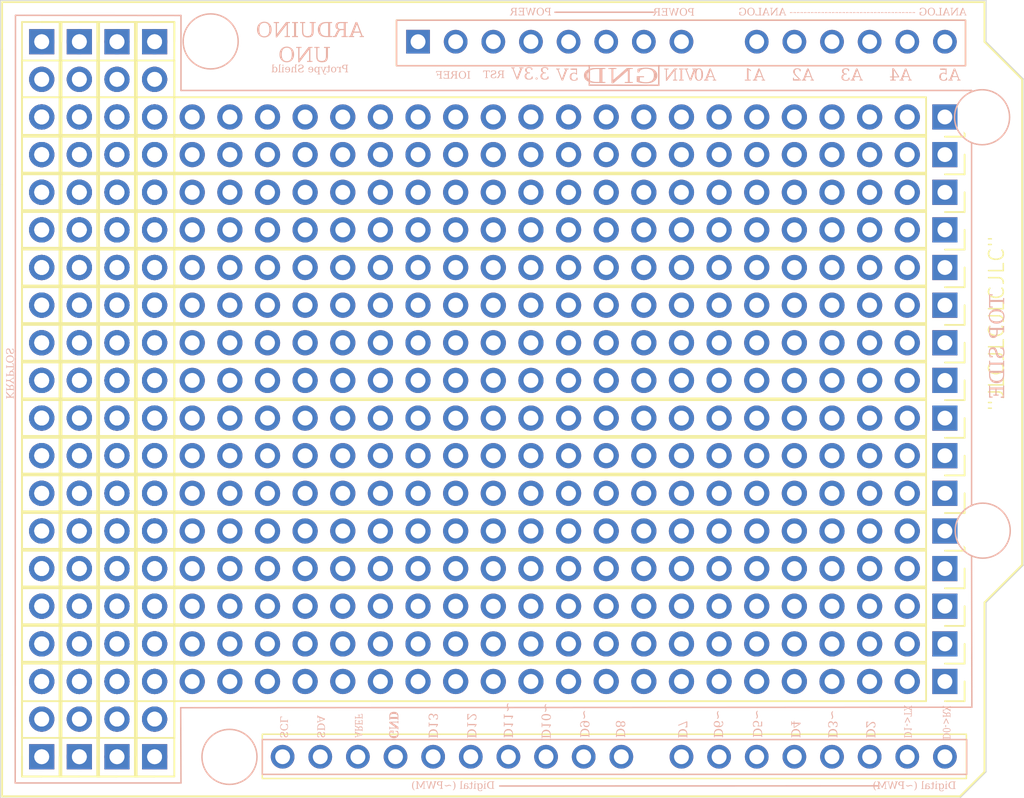
<source format=kicad_pcb>
(kicad_pcb (version 20240108) (generator "pcbnew") (generator_version "8.0")
  (layers (0 "F.Cu" signal) (31 "B.Cu" signal) (34 "B.Paste" user) (35 "F.Paste" user) (36 "B.SilkS" user "B.Silkscreen") (37 "F.SilkS" user "F.Silkscreen") (38 "B.Mask" user) (39 "F.Mask" user) (44 "Edge.Cuts" user))
  (net 0 "")
  (footprint "Connector_PinSocket_2.54mm:PinSocket_1x25_P2.54mm_Vertical" (layer "F.Cu") (at 157.32 64.9 -90)
    (property "Reference" "REF**" (hide yes))
    (property "Value" "PinSocket_1x25_P2.54mm_Vertical" (hide yes))
  )
  (footprint "Connector_PinSocket_2.54mm:PinSocket_1x25_P2.54mm_Vertical" (layer "F.Cu") (at 157.32 47.12 -90)
    (property "Reference" "REF**" (hide yes))
    (property "Value" "PinSocket_1x25_P2.54mm_Vertical" (hide yes))
  )
  (footprint "Connector_PinSocket_2.54mm:PinSocket_1x25_P2.54mm_Vertical" (layer "F.Cu") (at 157.32 62.36 -90)
    (property "Reference" "REF**" (hide yes))
    (property "Value" "PinSocket_1x25_P2.54mm_Vertical" (hide yes))
  )
  (footprint "Connector_PinSocket_2.54mm:PinSocket_1x20_P2.54mm_Vertical" (layer "F.Cu") (at 98.9 90.3 180)
    (property "Reference" "REF**" (hide yes))
    (property "Value" "PinSocket_1x20_P2.54mm_Vertical" (hide yes))
  )
  (footprint "Connector_PinSocket_2.54mm:PinSocket_1x25_P2.54mm_Vertical" (layer "F.Cu") (at 157.32 54.74 -90)
    (property "Reference" "REF**" (hide yes))
    (property "Value" "PinSocket_1x25_P2.54mm_Vertical" (hide yes))
  )
  (footprint "Connector_PinSocket_2.54mm:PinSocket_1x25_P2.54mm_Vertical" (layer "F.Cu") (at 157.32 59.825 -90)
    (property "Reference" "REF**" (hide yes))
    (property "Value" "PinSocket_1x25_P2.54mm_Vertical" (hide yes))
  )
  (footprint "Connector_PinSocket_2.54mm:PinSocket_1x25_P2.54mm_Vertical" (layer "F.Cu") (at 157.32 80.14 -90)
    (property "Reference" "REF**" (hide yes))
    (property "Value" "PinSocket_1x25_P2.54mm_Vertical" (hide yes))
  )
  (footprint "Connector_PinSocket_2.54mm:PinSocket_1x20_P2.54mm_Vertical" (layer "F.Cu") (at 103.98 90.3 180)
    (property "Reference" "REF**" (hide yes))
    (property "Value" "PinSocket_1x20_P2.54mm_Vertical" (hide yes))
  )
  (footprint "Connector_PinSocket_2.54mm:PinSocket_1x25_P2.54mm_Vertical" (layer "F.Cu") (at 157.32 72.52 -90)
    (property "Reference" "REF**" (hide yes))
    (property "Value" "PinSocket_1x25_P2.54mm_Vertical" (hide yes))
  )
  (footprint "Connector_PinSocket_2.54mm:PinSocket_1x20_P2.54mm_Vertical" (layer "F.Cu") (at 101.44 42.04)
    (property "Reference" "REF**" (hide yes))
    (property "Value" "PinSocket_1x20_P2.54mm_Vertical" (hide yes))
  )
  (footprint "Connector_PinSocket_2.54mm:PinSocket_1x25_P2.54mm_Vertical" (layer "F.Cu") (at 157.32 69.98 -90)
    (property "Reference" "REF**" (hide yes))
    (property "Value" "PinSocket_1x25_P2.54mm_Vertical" (hide yes))
  )
  (footprint "Connector_PinSocket_2.54mm:PinSocket_1x25_P2.54mm_Vertical" (layer "F.Cu") (at 157.32 85.22 -90)
    (property "Reference" "REF**" (hide yes))
    (property "Value" "PinSocket_1x25_P2.54mm_Vertical" (hide yes))
  )
  (footprint "Connector_PinSocket_2.54mm:PinSocket_1x20_P2.54mm_Vertical" (layer "F.Cu") (at 96.36 42.04)
    (property "Reference" "REF**" (hide yes))
    (property "Value" "PinSocket_1x20_P2.54mm_Vertical" (hide yes))
  )
  (footprint "Connector_PinSocket_2.54mm:PinSocket_1x25_P2.54mm_Vertical" (layer "F.Cu") (at 157.32 57.28 -90)
    (property "Reference" "REF**" (hide yes))
    (property "Value" "PinSocket_1x25_P2.54mm_Vertical" (hide yes))
  )
  (footprint "Connector_PinSocket_2.54mm:PinSocket_1x25_P2.54mm_Vertical" (layer "F.Cu") (at 157.32 49.66 -90)
    (property "Reference" "REF**" (hide yes))
    (property "Value" "PinSocket_1x25_P2.54mm_Vertical" (hide yes))
  )
  (footprint "Connector_PinSocket_2.54mm:PinSocket_1x20_P2.54mm_Vertical" (layer "F.Cu") (at 98.9 42.04)
    (property "Reference" "REF**" (hide yes))
    (property "Value" "PinSocket_1x20_P2.54mm_Vertical" (hide yes))
  )
  (footprint "Connector_PinSocket_2.54mm:PinSocket_1x25_P2.54mm_Vertical" (layer "F.Cu") (at 157.32 75.065 -90)
    (property "Reference" "REF**" (hide yes))
    (property "Value" "PinSocket_1x25_P2.54mm_Vertical" (hide yes))
  )
  (footprint "Connector_PinSocket_2.54mm:PinSocket_1x25_P2.54mm_Vertical" (layer "F.Cu") (at 157.32 52.205 -90)
    (property "Reference" "REF**" (hide yes))
    (property "Value" "PinSocket_1x25_P2.54mm_Vertical" (hide yes))
  )
  (footprint "Connector_PinSocket_2.54mm:PinSocket_1x20_P2.54mm_Vertical" (layer "F.Cu") (at 96.36 90.3 180)
    (property "Reference" "REF**" (hide yes))
    (property "Value" "PinSocket_1x20_P2.54mm_Vertical" (hide yes))
  )
  (footprint "Custom_Library:Arduino_UNO_R3_WithMountingHoles_custom" (layer "F.Cu") (at 121.76 42.04)
    (property "Reference" "REF**" (hide yes))
    (property "Value" "Arduino_UNO_R3_WithMountingHoles_custom" (hide yes))
  )
  (footprint "Connector_PinSocket_2.54mm:PinSocket_1x25_P2.54mm_Vertical" (layer "F.Cu") (at 157.32 82.685 -90)
    (property "Reference" "REF**" (hide yes))
    (property "Value" "PinSocket_1x25_P2.54mm_Vertical" (hide yes))
  )
  (footprint "Connector_PinSocket_2.54mm:PinSocket_1x20_P2.54mm_Vertical" (layer "F.Cu") (at 101.44 90.3 180)
    (property "Reference" "REF**" (hide yes))
    (property "Value" "PinSocket_1x20_P2.54mm_Vertical" (hide yes))
  )
  (footprint "Connector_PinSocket_2.54mm:PinSocket_1x25_P2.54mm_Vertical" (layer "F.Cu") (at 157.32 67.445 -90)
    (property "Reference" "REF**" (hide yes))
    (property "Value" "PinSocket_1x25_P2.54mm_Vertical" (hide yes))
  )
  (footprint "Connector_PinSocket_2.54mm:PinSocket_1x25_P2.54mm_Vertical" (layer "F.Cu") (at 157.32 77.6 -90)
    (property "Reference" "REF**" (hide yes))
    (property "Value" "PinSocket_1x25_P2.54mm_Vertical" (hide yes))
  )
  (footprint "Connector_PinSocket_2.54mm:PinSocket_1x20_P2.54mm_Vertical" (layer "F.Cu") (at 103.98 42.04)
    (property "Reference" "REF**" (hide yes))
    (property "Value" "PinSocket_1x20_P2.54mm_Vertical" (hide yes))
  )
  (gr_circle (center 109.033014 90.31) (end 110.433014 89.09) (stroke (width 0.1)) (fill none) (layer "B.SilkS"))
  (gr_circle (center 107.763014 42.02) (end 109.163014 40.8) (stroke (width 0.1)) (fill none) (layer "B.SilkS"))
  (gr_line (start 159.12 45.33) (end 159.13 45.41) (stroke (width 0.1)) (layer "B.SilkS"))
  (gr_line (start 159.14 86.96) (end 105.74 86.99) (stroke (width 0.1)) (layer "B.SilkS"))
  (gr_line (start 105.76 92.07) (end 94.57 92.07) (stroke (width 0.1)) (layer "B.SilkS"))
  (gr_line (start 94.59 40.26) (end 105.76 40.27) (stroke (width 0.1)) (layer "B.SilkS"))
  (gr_line (start 105.76 45.33) (end 158.54 45.33) (stroke (width 0.1)) (layer "B.SilkS"))
  (gr_line (start 152.87 92.265) (end 127.27 92.275) (stroke (width 0.1)) (layer "B.SilkS"))
  (gr_line (start 94.57 92.07) (end 94.59 40.26) (stroke (width 0.1)) (layer "B.SilkS"))
  (gr_line (start 105.74 86.99) (end 105.76 92.07) (stroke (width 0.1)) (layer "B.SilkS"))
  (gr_line (start 133.32 44.97) (end 133.32 43.67) (stroke (width 0.1)) (layer "B.SilkS"))
  (gr_circle (center 159.873014 75.04) (end 161.273014 73.82) (stroke (width 0.1)) (fill none) (layer "B.SilkS"))
  (gr_circle (center 159.83 47.136986) (end 161.23 45.916986) (stroke (width 0.1)) (fill none) (layer "B.SilkS"))
  (gr_line (start 137.69 40.05) (end 131 40.05) (stroke (width 0.1)) (layer "B.SilkS"))
  (gr_rect (start 111.25 89.14) (end 158.79 91.49) (stroke (width 0.1)) (fill none) (layer "B.SilkS"))
  (gr_line (start 159.12 48.85) (end 159.12 73.36) (stroke (width 0.1)) (layer "B.SilkS"))
  (gr_rect (start 120.31 40.59) (end 158.71 43.66) (stroke (width 0.1)) (fill none) (layer "B.SilkS"))
  (gr_line (start 158.56 45.33) (end 159.12 45.33) (stroke (width 0.1)) (layer "B.SilkS"))
  (gr_line (start 138.01 44.98) (end 133.32 44.97) (stroke (width 0.1)) (layer "B.SilkS"))
  (gr_line (start 159.12 76.73) (end 159.14 86.96) (stroke (width 0.1)) (layer "B.SilkS"))
  (gr_line (start 105.76 40.27) (end 105.76 45.33) (stroke (width 0.1)) (layer "B.SilkS"))
  (gr_line (start 138.01 43.66) (end 138.01 44.98) (stroke (width 0.1)) (layer "B.SilkS"))
  (gr_rect (start 111.25 88.78) (end 158.77 91.77) (stroke (width 0.1)) (fill none) (layer "F.SilkS"))
  (gr_rect (start 120.3 40.58) (end 158.71 43.66) (stroke (width 0.1)) (fill none) (layer "F.SilkS"))
  (gr_line (start 160.11 91.32) (end 160.11 79.89) (stroke (width 0.05)) (layer "Edge.Cuts"))
  (gr_line (start 160.11 42.04) (end 160.11 39.25) (stroke (width 0.05)) (layer "Edge.Cuts"))
  (gr_line (start 93.57 39.25) (end 93.57 93.09) (stroke (width 0.05)) (layer "Edge.Cuts"))
  (gr_line (start 160.11 79.89) (end 162.65 77.35) (stroke (width 0.05)) (layer "Edge.Cuts"))
  (gr_line (start 93.57 93.09) (end 158.34 93.09) (stroke (width 0.05)) (layer "Edge.Cuts"))
  (gr_line (start 158.34 93.09) (end 160.11 91.32) (stroke (width 0.05)) (layer "Edge.Cuts"))
  (gr_line (start 162.65 77.35) (end 162.65 44.58) (stroke (width 0.05)) (layer "Edge.Cuts"))
  (gr_line (start 162.65 44.58) (end 160.11 42.04) (stroke (width 0.05)) (layer "Edge.Cuts"))
  (gr_line (start 160.11 39.25) (end 93.57 39.25) (stroke (width 0.05)) (layer "Edge.Cuts"))
  (gr_text "Digital (~PWM)" (at 126.94 92.55 0) (layer "B.SilkS") (effects (font (size 0.5 0.5) (thickness 0.1)) (justify left bottom mirror)))
  (gr_text "SCL" (at 112.38 89.05 270) (layer "B.SilkS") (effects (font (size 0.5 0.5) (thickness 0.1)) (justify left bottom mirror)))
  (gr_text "D0->RX" (at 157.1 89.13 270) (layer "B.SilkS") (effects (font (size 0.5 0.4) (thickness 0.075)) (justify left bottom mirror)))
  (gr_text "5V" (at 132.62 44.8 0) (layer "B.SilkS") (effects (font (size 0.8 0.8) (thickness 0.1)) (justify left bottom mirror)))
  (gr_text "D11~" (at 127.45 89.05 270) (layer "B.SilkS") (effects (font (size 0.6 0.6) (thickness 0.1)) (justify left bottom mirror)))
  (gr_text "D3~" (at 149.35 89.05 270) (layer "B.SilkS") (effects (font (size 0.6 0.6) (thickness 0.1)) (justify left bottom mirror)))
  (gr_text "VIN\n" (at 140.56 44.8 0) (layer "B.SilkS") (effects (font (size 0.8 0.8) (thickness 0.1)) (justify left bottom mirror)))
  (gr_text "IOREF" (at 125.32 44.62 0) (layer "B.SilkS") (effects (font (size 0.5 0.5) (thickness 0.1)) (justify left bottom mirror)))
  (gr_text "D12" (at 124.98 89.07 270) (layer "B.SilkS") (effects (font (size 0.6 0.6) (thickness 0.1)) (justify left bottom mirror)))
  (gr_text "RST" (at 127.62 44.58 0) (layer "B.SilkS") (effects (font (size 0.5 0.5) (thickness 0.1)) (justify left bottom mirror)))
  (gr_text "D4" (at 146.85 89.05 270) (layer "B.SilkS") (effects (font (size 0.6 0.6) (thickness 0.1)) (justify left bottom mirror)))
  (gr_text "D5~" (at 144.27 89.02 270) (layer "B.SilkS") (effects (font (size 0.6 0.6) (thickness 0.1)) (justify left bottom mirror)))
  (gr_text "TOP SIDE" (at 161.49 59.07 90) (layer "B.SilkS") (effects (font (size 1 1) (thickness 0.1)) (justify left bottom mirror)))
  (gr_text "POWER" (at 140.43 40.37 0) (layer "B.SilkS") (effects (font (size 0.5 0.5) (thickness 0.1)) (justify left bottom mirror)))
  (gr_text "KRYPTOS" (at 93.88 66.17 -90) (layer "B.SilkS") (effects (font (size 0.5 0.5) (thickness 0.1)) (justify left bottom mirror)))
  (gr_text "D6~" (at 141.63 89.04 270) (layer "B.SilkS") (effects (font (size 0.6 0.6) (thickness 0.1)) (justify left bottom mirror)))
  (gr_text "ANALOG ------------------------------------ ANALOG" (at 158.78 40.35 0) (layer "B.SilkS") (effects (font (size 0.5 0.5) (thickness 0.1)) (justify left bottom mirror)))
  (gr_text "Protype Sheild" (at 117.08 44.19 0) (layer "B.SilkS") (effects (font (size 0.5 0.5) (thickness 0.1)) (justify left bottom mirror)))
  (gr_text "D9~" (at 132.61 89.03 270) (layer "B.SilkS") (effects (font (size 0.6 0.6) (thickness 0.1)) (justify left bottom mirror)))
  (gr_text "POWER" (at 130.77 40.35 0) (layer "B.SilkS") (effects (font (size 0.5 0.5) (thickness 0.1)) (justify left bottom mirror)))
  (gr_text "GND" (at 138.03 45 0) (layer "B.SilkS") (effects (font (size 1 1.5) (thickness 0.125)) (justify left bottom mirror)))
  (gr_text "D13" (at 122.38 89.07 270) (layer "B.SilkS") (effects (font (size 0.6 0.6) (thickness 0.1)) (justify left bottom mirror)))
  (gr_text "A5     A4     A3     A2     A1     A0" (at 158.37 44.8 0) (layer "B.SilkS") (effects (font (size 0.8 0.8) (thickness 0.1)) (justify left bottom mirror)))
  (gr_text "SDA" (at 114.88 89.05 270) (layer "B.SilkS") (effects (font (size 0.5 0.5) (thickness 0.1)) (justify left bottom mirror)))
  (gr_text "ARDUINO\n     UNO\n" (at 118.1 43.58 0) (layer "B.SilkS") (effects (font (size 1 1) (thickness 0.1)) (justify left bottom mirror)))
  (gr_text "D10~" (at 130 89.1 270) (layer "B.SilkS") (effects (font (size 0.6 0.6) (thickness 0.1)) (justify left bottom mirror)))
  (gr_text "AREF" (at 117.42 89.01 270) (layer "B.SilkS") (effects (font (size 0.5 0.4) (thickness 0.1)) (justify left bottom mirror)))
  (gr_text "D7" (at 139.22 89.06 270) (layer "B.SilkS") (effects (font (size 0.6 0.6) (thickness 0.1)) (justify left bottom mirror)))
  (gr_text "Digital (~PWM)" (at 158.08 92.56 0) (layer "B.SilkS") (effects (font (size 0.5 0.5) (thickness 0.1)) (justify left bottom mirror)))
  (gr_text "D2" (at 151.91 89.06 270) (layer "B.SilkS") (effects (font (size 0.6 0.6) (thickness 0.1)) (justify left bottom mirror)))
  (gr_text "D1->TX" (at 154.49 89.05 270) (layer "B.SilkS") (effects (font (size 0.5 0.4) (thickness 0.075)) (justify left bottom mirror)))
  (gr_text "GND" (at 119.72 89.08 270) (layer "B.SilkS") (effects (font (size 0.6 0.5) (thickness 0.1) (bold yes)) (justify left bottom mirror)))
  (gr_text "D8\n" (at 135.02 89.03 270) (layer "B.SilkS") (effects (font (size 0.6 0.6) (thickness 0.1)) (justify left bottom mirror)))
  (gr_text "3.3V" (at 130.65 44.72 0) (layer "B.SilkS") (effects (font (size 0.8 0.8) (thickness 0.1)) (justify left bottom mirror)))
  (gr_text "\n" (at 110.08 44.88 0) (layer "F.SilkS") (effects (font (size 1 1) (thickness 0.1)) (justify left bottom)))
  (gr_text "{dblquote}JLCJLCJLCJLC{dblquote}" (at 161.39 67.03 90) (layer "F.SilkS") (effects (font (size 1 1) (thickness 0.1)) (justify left bottom)))
)
</source>
